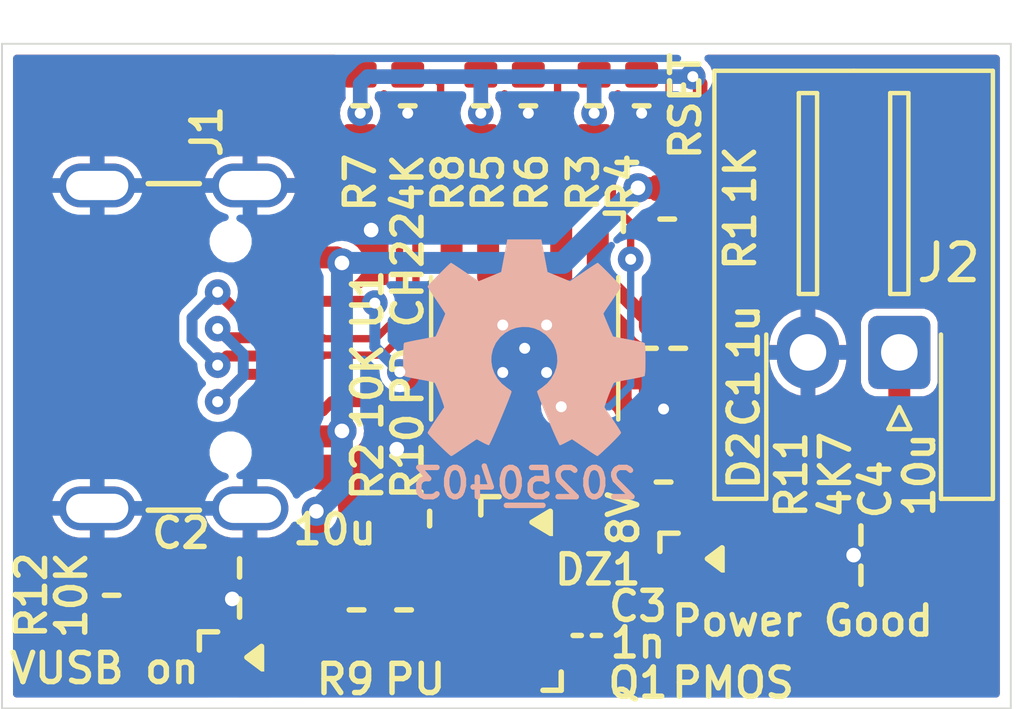
<source format=kicad_pcb>
(kicad_pcb (version 20240108) (generator "pcbnew") (generator_version "8.0")
  (layers (0 "F.Cu" mixed) (31 "B.Cu" mixed) (34 "B.Paste" user) (35 "F.Paste" user) (36 "B.SilkS" user "B.Silkscreen") (37 "F.SilkS" user "F.Silkscreen") (38 "B.Mask" user) (39 "F.Mask" user) (44 "Edge.Cuts" user))
  (net 0 "")
  (net 1 "GND")
  (net 2 "/VDD")
  (net 3 "/VBUS")
  (net 4 "Net-(Q1-G)")
  (net 5 "/VOUT")
  (net 6 "/PG")
  (net 7 "Net-(DZ1-K)")
  (net 8 "Net-(D2-K)")
  (net 9 "Net-(D3-K)")
  (net 10 "/CC2")
  (net 11 "/CC1")
  (net 12 "Net-(U1-VBUS)")
  (net 13 "/CFG1")
  (net 14 "/CFG2")
  (net 15 "/CFG3")
  (net 16 "/DP")
  (net 18 "/DN")
  (footprint "SquantorUsb:USB-C-HRO-31-M-12_aisler" (layer "F.Cu") (at 96.4 51.4 -90)
    (property "Reference" "J1" (at -5.9 2.1 90) (layer "F.SilkS") (effects (font (size 0.8 0.8))))
    (property "Value" "USB-C_PD_USB")
    (fp_line (start -4.47 3.7) (end -4.47 2.3) (stroke (width 0.15)) (layer "F.SilkS"))
    (fp_line (start 4.47 3.7) (end 4.47 2.3) (stroke (width 0.15)) (layer "F.SilkS"))
    (pad "" np_thru_hole circle (at -2.89 1.445 270) (size 0.65 0.65) (drill 0.65) (layers "*.Cu" "*.Mask" "In1.Cu" "In2.Cu" "In3.Cu" "In4.Cu" "In5.Cu" "In6.Cu" "In7.Cu" "In8.Cu" "In9.Cu" "In10.Cu" "In11.Cu" "In12.Cu" "In13.Cu" "In14.Cu" "In15.Cu" "In16.Cu" "In17.Cu" "In18.Cu" "In19.Cu" "In20.Cu" "In21.Cu" "In22.Cu" "In23.Cu" "In24.Cu" "In25.Cu" "In26.Cu" "In27.Cu" "In28.Cu" "In29.Cu" "In30.Cu"))
    (pad "" np_thru_hole circle (at 2.89 1.445 270) (size 0.65 0.65) (drill 0.65) (layers "*.Cu" "*.Mask" "In1.Cu" "In2.Cu" "In3.Cu" "In4.Cu" "In5.Cu" "In6.Cu" "In7.Cu" "In8.Cu" "In9.Cu" "In10.Cu" "In11.Cu" "In12.Cu" "In13.Cu" "In14.Cu" "In15.Cu" "In16.Cu" "In17.Cu" "In18.Cu" "In19.Cu" "In20.Cu" "In21.Cu" "In22.Cu" "In23.Cu" "In24.Cu" "In25.Cu" "In26.Cu" "In27.Cu" "In28.Cu" "In29.Cu" "In30.Cu"))
    (pad "A1B12" smd rect (at -3.25 0 270) (size 0.6 1.45) (layers "F.Cu" "F.Paste" "F.Mask") (net 1 "GND"))
    (pad "A4B9" smd rect (at -2.45 0 270) (size 0.6 1.45) (layers "F.Cu" "F.Paste" "F.Mask") (net 3 "/VBUS"))
    (pad "A5" smd rect (at -1.25 0 270) (size 0.3 1.45) (layers "F.Cu" "F.Paste" "F.Mask") (net 11 "/CC1"))
    (pad "A6" smd rect (at -0.25 0 270) (size 0.3 1.45) (layers "F.Cu" "F.Paste" "F.Mask") (net 16 "/DP"))
    (pad "A7" smd rect (at 0.25 0 270) (size 0.3 1.45) (layers "F.Cu" "F.Paste" "F.Mask") (net 18 "/DN"))
    (pad "A8" smd rect (at 1.25 0 270) (size 0.3 1.45) (layers "F.Cu" "F.Paste" "F.Mask"))
    (pad "B1A12" smd rect (at 3.25 0 270) (size 0.6 1.45) (layers "F.Cu" "F.Paste" "F.Mask") (net 1 "GND"))
    (pad "B4A9" smd rect (at 2.45 0 270) (size 0.6 1.45) (layers "F.Cu" "F.Paste" "F.Mask") (net 3 "/VBUS"))
    (pad "B5" smd rect (at 1.75 0 270) (size 0.3 1.45) (layers "F.Cu" "F.Paste" "F.Mask") (net 10 "/CC2"))
    (pad "B6" smd rect (at 0.75 0 270) (size 0.3 1.45) (layers "F.Cu" "F.Paste" "F.Mask") (net 16 "/DP"))
    (pad "B7" smd rect (at -0.75 0 270) (size 0.3 1.45) (layers "F.Cu" "F.Paste" "F.Mask") (net 18 "/DN"))
    (pad "B8" smd rect (at -1.75 0 270) (size 0.3 1.45) (layers "F.Cu" "F.Paste" "F.Mask"))
    (pad "S" thru_hole oval (at -4.42 0.915 270) (size 1.2 2.1) (drill oval 0.8 1.7) (layers "*.Cu" "*.Mask" "In1.Cu" "In2.Cu" "In3.Cu" "In4.Cu" "In5.Cu" "In6.Cu" "In7.Cu" "In8.Cu" "In9.Cu" "In10.Cu" "In11.Cu" "In12.Cu" "In13.Cu" "In14.Cu" "In15.Cu" "In16.Cu" "In17.Cu" "In18.Cu" "In19.Cu" "In20.Cu" "In21.Cu" "In22.Cu" "In23.Cu" "In24.Cu" "In25.Cu" "In26.Cu" "In27.Cu" "In28.Cu" "In29.Cu" "In30.Cu") (net 1 "GND"))
    (pad "S" thru_hole oval (at -4.42 5.095 270) (size 1.2 2.1) (drill oval 0.8 1.7) (layers "*.Cu" "*.Mask" "In1.Cu" "In2.Cu" "In3.Cu" "In4.Cu" "In5.Cu" "In6.Cu" "In7.Cu" "In8.Cu" "In9.Cu" "In10.Cu" "In11.Cu" "In12.Cu" "In13.Cu" "In14.Cu" "In15.Cu" "In16.Cu" "In17.Cu" "In18.Cu" "In19.Cu" "In20.Cu" "In21.Cu" "In22.Cu" "In23.Cu" "In24.Cu" "In25.Cu" "In26.Cu" "In27.Cu" "In28.Cu" "In29.Cu" "In30.Cu") (net 1 "GND"))
    (pad "S" thru_hole oval (at 4.42 0.915 270) (size 1.2 2.1) (drill oval 0.8 1.7) (layers "*.Cu" "*.Mask" "In1.Cu" "In2.Cu" "In3.Cu" "In4.Cu" "In5.Cu" "In6.Cu" "In7.Cu" "In8.Cu" "In9.Cu" "In10.Cu" "In11.Cu" "In12.Cu" "In13.Cu" "In14.Cu" "In15.Cu" "In16.Cu" "In17.Cu" "In18.Cu" "In19.Cu" "In20.Cu" "In21.Cu" "In22.Cu" "In23.Cu" "In24.Cu" "In25.Cu" "In26.Cu" "In27.Cu" "In28.Cu" "In29.Cu" "In30.Cu") (net 1 "GND"))
    (pad "S" thru_hole oval (at 4.42 5.095 270) (size 1.2 2.1) (drill oval 0.8 1.7) (layers "*.Cu" "*.Mask" "In1.Cu" "In2.Cu" "In3.Cu" "In4.Cu" "In5.Cu" "In6.Cu" "In7.Cu" "In8.Cu" "In9.Cu" "In10.Cu" "In11.Cu" "In12.Cu" "In13.Cu" "In14.Cu" "In15.Cu" "In16.Cu" "In17.Cu" "In18.Cu" "In19.Cu" "In20.Cu" "In21.Cu" "In22.Cu" "In23.Cu" "In24.Cu" "In25.Cu" "In26.Cu" "In27.Cu" "In28.Cu" "In29.Cu" "In30.Cu") (net 1 "GND"))
  )
  (footprint "SquantorResistor:R_0603_hand" (layer "F.Cu") (at 91.7 58.2 90)
    (property "Reference" "R12" (at 0 -2.2 90) (layer "F.SilkS") (effects (font (size 0.8 0.8))))
    (property "Value" "10K" (at 0 -1.1 90) (layer "F.SilkS") (effects (font (size 0.8 0.8))))
    (fp_line (start 0 -0.2) (end 0 0.2) (stroke (width 0.15)) (layer "F.SilkS"))
    (pad "1" smd roundrect (at -0.85 0 90) (size 0.7 0.9) (layers "F.Cu" "F.Paste" "F.Mask") (roundrect_rratio 0.1428571429) (net 9 "Net-(D3-K)"))
    (pad "2" smd roundrect (at 0.85 0 90) (size 0.7 0.9) (layers "F.Cu" "F.Paste" "F.Mask") (roundrect_rratio 0.1428571429) (net 1 "GND"))
  )
  (footprint "SquantorCapacitor:C_0805+0603" (layer "F.Cu") (at 106.8 51.4375 90)
    (property "Reference" "C1" (at -1.3625 2.2 90) (layer "F.SilkS") (effects (font (size 0.8 0.8))))
    (property "Value" "1u" (at 0.4375 2.2 90) (layer "F.SilkS") (effects (font (size 0.8 0.8))))
    (fp_line (start 0 -0.6) (end 0 -0.2) (stroke (width 0.15)) (layer "F.SilkS"))
    (fp_line (start 0 0.6) (end 0 0.2) (stroke (width 0.15)) (layer "F.SilkS"))
    (pad "1" smd roundrect (at -0.925 0 90) (size 1.15 1.35) (layers "F.Cu" "F.Paste" "F.Mask") (roundrect_rratio 0.2) (net 1 "GND"))
    (pad "2" smd roundrect (at 0.925 0 90) (size 1.15 1.35) (layers "F.Cu" "F.Paste" "F.Mask") (roundrect_rratio 0.2) (net 2 "/VDD"))
  )
  (footprint "SquantorDiodes:SOD-323-nexperia-hand" (layer "F.Cu") (at 103.5 56.2)
    (property "Reference" "DZ1" (at 1.5 1.3 0) (layer "F.SilkS") (effects (font (size 0.8 0.8))))
    (property "Value" "8V" (at 2.2 -0.1 90) (layer "F.SilkS") (effects (font (size 0.8 0.8))))
    (fp_line (start -1.7 -0.7) (end -1.7 -0.2) (stroke (width 0.15)) (layer "F.SilkS"))
    (fp_line (start -1.7 -0.7) (end -1.2 -0.7) (stroke (width 0.15)) (layer "F.SilkS"))
    (fp_poly (pts (xy -0.3 0) (xy 0.2 -0.3) (xy 0.2 0.3)) (stroke (width 0.15)) (fill solid) (layer "F.SilkS"))
    (pad "1" smd roundrect (at -1.05 0) (size 0.8 0.8) (layers "F.Cu" "F.Paste" "F.Mask") (roundrect_rratio 0.2) (net 7 "Net-(DZ1-K)"))
    (pad "2" smd roundrect (at 1.05 0) (size 0.8 0.8) (layers "F.Cu" "F.Paste" "F.Mask") (roundrect_rratio 0.2) (net 6 "/PG"))
  )
  (footprint "SquantorResistor:R_0603_hand" (layer "F.Cu") (at 99.8 44.8 -90)
    (property "Reference" "R8" (at 2.1 -1.1 90) (layer "F.SilkS") (effects (font (size 0.8 0.8))))
    (property "Value" "C3D")
    (fp_line (start 0 -0.2) (end 0 0.2) (stroke (width 0.15)) (layer "F.SilkS"))
    (pad "1" smd roundrect (at -0.85 0 270) (size 0.7 0.9) (layers "F.Cu" "F.Paste" "F.Mask") (roundrect_rratio 0.1428571429) (net 15 "/CFG3"))
    (pad "2" smd roundrect (at 0.85 0 270) (size 0.7 0.9) (layers "F.Cu" "F.Paste" "F.Mask") (roundrect_rratio 0.1428571429) (net 1 "GND"))
  )
  (footprint "SquantorResistor:R_0603_hand" (layer "F.Cu") (at 101.8 44.8 90)
    (property "Reference" "R5" (at -2.1 0.2 90) (layer "F.SilkS") (effects (font (size 0.8 0.8))))
    (property "Value" "C2U")
    (fp_line (start 0 -0.2) (end 0 0.2) (stroke (width 0.15)) (layer "F.SilkS"))
    (pad "1" smd roundrect (at -0.85 0 90) (size 0.7 0.9) (layers "F.Cu" "F.Paste" "F.Mask") (roundrect_rratio 0.1428571429) (net 2 "/VDD"))
    (pad "2" smd roundrect (at 0.85 0 90) (size 0.7 0.9) (layers "F.Cu" "F.Paste" "F.Mask") (roundrect_rratio 0.1428571429) (net 14 "/CFG2"))
  )
  (footprint "SquantorCapacitor:C_0603" (layer "F.Cu") (at 104.7 59.3 90)
    (property "Reference" "C3" (at 0.8 1.4 180) (layer "F.SilkS") (effects (font (size 0.8 0.8))))
    (property "Value" "1n" (at -0.2 1.4 180) (layer "F.SilkS") (effects (font (size 0.8 0.8))))
    (fp_line (start 0 -0.15) (end 0 -0.375) (stroke (width 0.15)) (layer "F.SilkS"))
    (fp_line (start 0 0.375) (end 0 0.15) (stroke (width 0.15)) (layer "F.SilkS"))
    (pad "1" smd roundrect (at -0.75 0 90) (size 0.8 0.9) (layers "F.Cu" "F.Paste" "F.Mask") (roundrect_rratio 0.125) (net 5 "/VOUT"))
    (pad "2" smd roundrect (at 0.75 0 90) (size 0.8 0.9) (layers "F.Cu" "F.Paste" "F.Mask") (roundrect_rratio 0.125) (net 4 "Net-(Q1-G)"))
  )
  (footprint "SquantorDiodes:LED_0603_hand" (layer "F.Cu") (at 108.2 57.2)
    (property "Reference" "D2" (at 0.8 -2.7 90) (layer "F.SilkS") (effects (font (size 0.8 0.8))))
    (property "Value" "Power Good" (at 2.4 1.7 0) (layer "F.SilkS") (effects (font (size 0.8 0.8))))
    (fp_line (start -1.5 -0.7) (end -1.5 -0.2) (stroke (width 0.15)) (layer "F.SilkS"))
    (fp_line (start -1.5 -0.7) (end -1 -0.7) (stroke (width 0.15)) (layer "F.SilkS"))
    (fp_poly (pts (xy -0.2 0) (xy 0.2 -0.3) (xy 0.2 0.3)) (stroke (width 0.15)) (fill solid) (layer "F.SilkS"))
    (pad "1" smd roundrect (at -0.85 0) (size 0.7 0.9) (layers "F.Cu" "F.Paste" "F.Mask") (roundrect_rratio 0.2) (net 8 "Net-(D2-K)"))
    (pad "2" smd roundrect (at 0.85 0) (size 0.7 0.9) (layers "F.Cu" "F.Paste" "F.Mask") (roundrect_rratio 0.2) (net 2 "/VDD"))
  )
  (footprint "SquantorResistor:R_0603_hand" (layer "F.Cu") (at 98.5 44.8 90)
    (property "Reference" "R7" (at -2.1 0 90) (layer "F.SilkS") (effects (font (size 0.8 0.8))))
    (property "Value" "C3U")
    (fp_line (start 0 -0.2) (end 0 0.2) (stroke (width 0.15)) (layer "F.SilkS"))
    (pad "1" smd roundrect (at -0.85 0 90) (size 0.7 0.9) (layers "F.Cu" "F.Paste" "F.Mask") (roundrect_rratio 0.1428571429) (net 2 "/VDD"))
    (pad "2" smd roundrect (at 0.85 0 90) (size 0.7 0.9) (layers "F.Cu" "F.Paste" "F.Mask") (roundrect_rratio 0.1428571429) (net 15 "/CFG3"))
  )
  (footprint "SquantorResistor:R_0603_hand" (layer "F.Cu") (at 106.2 44.8 -90)
    (property "Reference" "R4" (at 2.1 0.5 90) (layer "F.SilkS") (effects (font (size 0.8 0.8))))
    (property "Value" "RSET" (at 0 -1.2 90) (layer "F.SilkS") (effects (font (size 0.8 0.8))))
    (fp_line (start 0 -0.2) (end 0 0.2) (stroke (width 0.15)) (layer "F.SilkS"))
    (pad "1" smd roundrect (at -0.85 0 270) (size 0.7 0.9) (layers "F.Cu" "F.Paste" "F.Mask") (roundrect_rratio 0.1428571429) (net 13 "/CFG1"))
    (pad "2" smd roundrect (at 0.85 0 270) (size 0.7 0.9) (layers "F.Cu" "F.Paste" "F.Mask") (roundrect_rratio 0.1428571429) (net 1 "GND"))
  )
  (footprint "Connector_JST:JST_XH_S2B-XH-A-1_1x02_P2.50mm_Horizontal" (layer "F.Cu") (at 113.25 51.55 180)
    (property "Reference" "J2" (at -1.35 2.45 0) (layer "F.SilkS"))
    (property "Value" "Conn_01x02")
    (fp_line (start 5.06 7.71) (end 5.06 -4.01) (stroke (width 0.12)) (layer "F.SilkS"))
    (fp_line (start 5.06 -4.01) (end 3.64 -4.01) (stroke (width 0.12)) (layer "F.SilkS"))
    (fp_line (start 3.64 -4.01) (end 3.64 0.49) (stroke (width 0.12)) (layer "F.SilkS"))
    (fp_line (start 2.75 7.1) (end 2.75 1.6) (stroke (width 0.12)) (layer "F.SilkS"))
    (fp_line (start 2.75 1.6) (end 2.25 1.6) (stroke (width 0.12)) (layer "F.SilkS"))
    (fp_line (start 2.25 7.1) (end 2.75 7.1) (stroke (width 0.12)) (layer "F.SilkS"))
    (fp_line (start 2.25 1.6) (end 2.25 7.1) (stroke (width 0.12)) (layer "F.SilkS"))
    (fp_line (start 1.25 7.71) (end 5.06 7.71) (stroke (width 0.12)) (layer "F.SilkS"))
    (fp_line (start 1.25 7.71) (end -2.56 7.71) (stroke (width 0.12)) (layer "F.SilkS"))
    (fp_line (start 0.3 -2.1) (end 0 -1.5) (stroke (width 0.12)) (layer "F.SilkS"))
    (fp_line (start 0.25 7.1) (end 0.25 1.6) (stroke (width 0.12)) (layer "F.SilkS"))
    (fp_line (start 0.25 1.6) (end -0.25 1.6) (stroke (width 0.12)) (layer "F.SilkS"))
    (fp_line (start 0 -1.5) (end -0.3 -2.1) (stroke (width 0.12)) (layer "F.SilkS"))
    (fp_line (start -0.25 7.1) (end 0.25 7.1) (stroke (width 0.12)) (layer "F.SilkS"))
    (fp_line (start -0.25 1.6) (end -0.25 7.1) (stroke (width 0.12)) (layer "F.SilkS"))
    (fp_line (start -0.3 -2.1) (end 0.3 -2.1) (stroke (width 0.12)) (layer "F.SilkS"))
    (fp_line (start -1.14 -4.01) (end -1.14 0.49) (stroke (width 0.12)) (layer "F.SilkS"))
    (fp_line (start -2.56 7.71) (end -2.56 -4.01) (stroke (width 0.12)) (layer "F.SilkS"))
    (fp_line (start -2.56 -4.01) (end -1.14 -4.01) (stroke (width 0.12)) (layer "F.SilkS"))
    (pad "1" thru_hole roundrect (at 0 0 180) (size 1.7 2) (drill 1) (layers "*.Cu" "*.Mask" "In1.Cu" "In2.Cu" "In3.Cu" "In4.Cu" "In5.Cu" "In6.Cu" "In7.Cu" "In8.Cu" "In9.Cu" "In10.Cu" "In11.Cu" "In12.Cu" "In13.Cu" "In14.Cu" "In15.Cu" "In16.Cu" "In17.Cu" "In18.Cu" "In19.Cu" "In20.Cu" "In21.Cu" "In22.Cu" "In23.Cu" "In24.Cu" "In25.Cu" "In26.Cu" "In27.Cu" "In28.Cu" "In29.Cu" "In30.Cu") (roundrect_rratio 0.147059) (net 5 "/VOUT"))
    (pad "2" thru_hole oval (at 2.5 0 180) (size 1.7 2) (drill 1) (layers "*.Cu" "*.Mask" "In1.Cu" "In2.Cu" "In3.Cu" "In4.Cu" "In5.Cu" "In6.Cu" "In7.Cu" "In8.Cu" "In9.Cu" "In10.Cu" "In11.Cu" "In12.Cu" "In13.Cu" "In14.Cu" "In15.Cu" "In16.Cu" "In17.Cu" "In18.Cu" "In19.Cu" "In20.Cu" "In21.Cu" "In22.Cu" "In23.Cu" "In24.Cu" "In25.Cu" "In26.Cu" "In27.Cu" "In28.Cu" "In29.Cu" "In30.Cu") (net 1 "GND"))
  )
  (footprint "SquantorCapacitor:C_1206_0805" (layer "F.Cu") (at 95.2 58 180)
    (property "Reference" "C2" (at 1.6 1.5 0) (layer "F.SilkS") (effects (font (size 0.8 0.8))))
    (property "Value" "10u" (at -2.6 1.6 0) (layer "F.SilkS") (effects (font (size 0.8 0.8))))
    (fp_line (start 0 0.8) (end 0 0.3) (stroke (width 0.15)) (layer "F.SilkS"))
    (fp_line (start 0 -0.8) (end 0 -0.3) (stroke (width 0.15)) (layer "F.SilkS"))
    (pad "1" smd roundrect (at -1.25 0 180) (size 1.5 1.6) (layers "F.Cu" "F.Paste" "F.Mask") (net 3 "/VBUS"))
    (pad "2" smd roundrect (at 1.25 0 180) (size 1.5 1.6) (layers "F.Cu" "F.Paste" "F.Mask") (net 1 "GND"))
  )
  (footprint "SquantorResistor:R_0603_hand" (layer "F.Cu") (at 103.1 44.8 -90)
    (property "Reference" "R6" (at 2.1 -0.1 90) (layer "F.SilkS") (effects (font (size 0.8 0.8))))
    (property "Value" "C2D")
    (fp_line (start 0 -0.2) (end 0 0.2) (stroke (width 0.15)) (layer "F.SilkS"))
    (pad "1" smd roundrect (at -0.85 0 270) (size 0.7 0.9) (layers "F.Cu" "F.Paste" "F.Mask") (roundrect_rratio 0.1428571429) (net 14 "/CFG2"))
    (pad "2" smd roundrect (at 0.85 0 270) (size 0.7 0.9) (layers "F.Cu" "F.Paste" "F.Mask") (roundrect_rratio 0.1428571429) (net 1 "GND"))
  )
  (footprint "SquantorResistor:R_0603_hand" (layer "F.Cu") (at 99.7 58.6 -90)
    (property "Reference" "R9" (at 1.9 1.6 180) (layer "F.SilkS") (effects (font (size 0.8 0.8))))
    (property "Value" "PU" (at 1.9 -0.3 180) (layer "F.SilkS") (effects (font (size 0.8 0.8))))
    (fp_line (start 0 -0.2) (end 0 0.2) (stroke (width 0.15)) (layer "F.SilkS"))
    (pad "1" smd roundrect (at -0.85 0 270) (size 0.7 0.9) (layers "F.Cu" "F.Paste" "F.Mask") (roundrect_rratio 0.1428571429) (net 4 "Net-(Q1-G)"))
    (pad "2" smd roundrect (at 0.85 0 270) (size 0.7 0.9) (layers "F.Cu" "F.Paste" "F.Mask") (roundrect_rratio 0.1428571429) (net 3 "/VBUS"))
  )
  (footprint "SquantorResistor:R_0603_hand" (layer "F.Cu") (at 100.4 56.1 180)
    (property "Reference" "R10" (at 0.6 1.7 90) (layer "F.SilkS") (effects (font (size 0.8 0.8))))
    (property "Value" "PD" (at 0.6 3.9 90) (layer "F.SilkS") (effects (font (size 0.8 0.8))))
    (fp_line (start 0 -0.2) (end 0 0.2) (stroke (width 0.15)) (layer "F.SilkS"))
    (pad "1" smd roundrect (at -0.85 0 180) (size 0.7 0.9) (layers "F.Cu" "F.Paste" "F.Mask") (roundrect_rratio 0.1428571429) (net 7 "Net-(DZ1-K)"))
    (pad "2" smd roundrect (at 0.85 0 180) (size 0.7 0.9) (layers "F.Cu" "F.Paste" "F.Mask") (roundrect_rratio 0.1428571429) (net 4 "Net-(Q1-G)"))
  )
  (footprint "SquantorCapacitor:C_1206_0805" (layer "F.Cu") (at 112.2 57.1 180)
    (property "Reference" "C4" (at -0.4 1.8 -90) (layer "F.SilkS") (effects (font (size 0.8 0.8))))
    (property "Value" "10u" (at -1.6 2.2 90) (layer "F.SilkS") (effects (font (size 0.8 0.8))))
    (fp_line (start 0 0.8) (end 0 0.3) (stroke (width 0.15)) (layer "F.SilkS"))
    (fp_line (start 0 -0.8) (end 0 -0.3) (stroke (width 0.15)) (layer "F.SilkS"))
    (pad "1" smd roundrect (at -1.25 0 180) (size 1.5 1.6) (layers "F.Cu" "F.Paste" "F.Mask") (net 5 "/VOUT"))
    (pad "2" smd roundrect (at 1.25 0 180) (size 1.5 1.6) (layers "F.Cu" "F.Paste" "F.Mask") (net 1 "GND"))
  )
  (footprint "SquantorDiodes:LED_0603_hand" (layer "F.Cu") (at 95.6 59.9)
    (property "Reference" "D3")
    (property "Value" "VUSB on" (at -4.1 0.3 0) (layer "F.SilkS") (effects (font (size 0.8 0.8))))
    (fp_line (start -1.5 -0.7) (end -1.5 -0.2) (stroke (width 0.15)) (layer "F.SilkS"))
    (fp_line (start -1.5 -0.7) (end -1 -0.7) (stroke (width 0.15)) (layer "F.SilkS"))
    (fp_poly (pts (xy -0.2 0) (xy 0.2 -0.3) (xy 0.2 0.3)) (stroke (width 0.15)) (fill solid) (layer "F.SilkS"))
    (pad "1" smd roundrect (at -0.85 0) (size 0.7 0.9) (layers "F.Cu" "F.Paste" "F.Mask") (roundrect_rratio 0.2) (net 9 "Net-(D3-K)"))
    (pad "2" smd roundrect (at 0.85 0) (size 0.7 0.9) (layers "F.Cu" "F.Paste" "F.Mask") (roundrect_rratio 0.2) (net 3 "/VBUS"))
  )
  (footprint "SquantorIC:SOT23-3" (layer "F.Cu") (at 102.2 59.1 180)
    (property "Reference" "Q1" (at -3.9 -1.5 0) (layer "F.SilkS") (effects (font (size 0.8 0.8))))
    (property "Value" "PMOS" (at -6.5 -1.5 0) (layer "F.SilkS") (effects (font (size 0.8 0.8))))
    (fp_line (start -1.3 -1.7) (end -1.8 -1.7) (stroke (width 0.1)) (layer "F.SilkS"))
    (fp_line (start -1.8 -1.7) (end -1.3 -1.7) (stroke (width 0.15)) (layer "F.SilkS"))
    (fp_line (start -1.8 -1.7) (end -1.8 -1.2) (stroke (width 0.15)) (layer "F.SilkS"))
    (pad "1" smd roundrect (at -1 -0.95 90) (size 0.8 0.9) (layers "F.Cu" "F.Paste" "F.Mask") (roundrect_rratio 0.2) (net 5 "/VOUT"))
    (pad "2" smd roundrect (at -1 0.95 90) (size 0.8 0.9) (layers "F.Cu" "F.Paste" "F.Mask") (roundrect_rratio 0.2) (net 4 "Net-(Q1-G)"))
    (pad "3" smd roundrect (at 1 0 90) (size 0.8 0.9) (layers "F.Cu" "F.Paste" "F.Mask") (roundrect_rratio 0.2) (net 3 "/VBUS"))
  )
  (footprint "SquantorIC:SSOP-10-1EP_WCH" (layer "F.Cu") (at 103 51.4375 -90)
    (property "Reference" "U1" (at -1.3375 4.3 90) (layer "F.SilkS") (effects (font (size 0.8 0.8))))
    (property "Value" "CH224K" (at -2.9375 3.2 90) (layer "F.SilkS") (effects (font (size 0.8 0.8))))
    (fp_line (start 0 2.56) (end -1.95 2.56) (stroke (width 0.12)) (layer "F.SilkS"))
    (fp_line (start 0 2.56) (end 1.95 2.56) (stroke (width 0.12)) (layer "F.SilkS"))
    (fp_line (start 0 -2.56) (end -1.95 -2.56) (stroke (width 0.12)) (layer "F.SilkS"))
    (fp_line (start 0 -2.56) (end 1.95 -2.56) (stroke (width 0.12)) (layer "F.SilkS"))
    (fp_line (start -3.7 -2.7) (end -3.7 -2.2) (stroke (width 0.15)) (layer "F.SilkS"))
    (fp_line (start -3.7 -2.7) (end -3.2 -2.7) (stroke (width 0.15)) (layer "F.SilkS"))
    (pad "0" smd rect (at 0 0 270) (size 2.1 3.3) (property pad_prop_heatsink) (layers "F.Cu" "F.Mask") (net 1 "GND"))
    (pad "1" smd roundrect (at -2.6375 -2 270) (size 1.675 0.6) (layers "F.Cu" "F.Paste" "F.Mask") (roundrect_rratio 0.2) (net 2 "/VDD"))
    (pad "2" smd roundrect (at -2.6375 -1 270) (size 1.675 0.6) (layers "F.Cu" "F.Paste" "F.Mask") (roundrect_rratio 0.2) (net 14 "/CFG2"))
    (pad "3" smd roundrect (at -2.6375 0 270) (size 1.675 0.6) (layers "F.Cu" "F.Paste" "F.Mask") (roundrect_rratio 0.2) (net 15 "/CFG3"))
    (pad "4" smd roundrect (at -2.6375 1 270) (size 1.675 0.6) (layers "F.Cu" "F.Paste" "F.Mask") (roundrect_rratio 0.2) (net 16 "/DP"))
    (pad "5" smd roundrect (at -2.6375 2 270) (size 1.675 0.6) (layers "F.Cu" "F.Paste" "F.Mask") (roundrect_rratio 0.2) (net 18 "/DN"))
    (pad "6" smd roundrect (at 2.6375 2 270) (size 1.675 0.6) (layers "F.Cu" "F.Paste" "F.Mask") (roundrect_rratio 0.2) (net 10 "/CC2"))
    (pad "7" smd roundrect (at 2.6375 1 270) (size 1.675 0.6) (layers "F.Cu" "F.Paste" "F.Mask") (roundrect_rratio 0.2) (net 11 "/CC1"))
    (pad "8" smd roundrect (at 2.6375 0 270) (size 1.675 0.6) (layers "F.Cu" "F.Paste" "F.Mask") (roundrect_rratio 0.2) (net 12 "Net-(U1-VBUS)"))
    (pad "9" smd roundrect (at 2.6375 -1 270) (size 1.675 0.6) (layers "F.Cu" "F.Paste" "F.Mask") (roundrect_rratio 0.2) (net 13 "/CFG1"))
    (pad "10" smd roundrect (at 2.6375 -2 270) (size 1.675 0.6) (layers "F.Cu" "F.Paste" "F.Mask") (roundrect_rratio 0.2) (net 6 "/PG"))
  )
  (footprint "SquantorResistor:R_0603_hand" (layer "F.Cu") (at 104.9 44.8 90)
    (property "Reference" "R3" (at -2.1 -0.3 90) (layer "F.SilkS") (effects (font (size 0.8 0.8))))
    (property "Value" "C1U")
    (fp_line (start 0 -0.2) (end 0 0.2) (stroke (width 0.15)) (layer "F.SilkS"))
    (pad "1" smd roundrect (at -0.85 0 90) (size 0.7 0.9) (layers "F.Cu" "F.Paste" "F.Mask") (roundrect_rratio 0.1428571429) (net 2 "/VDD"))
    (pad "2" smd roundrect (at 0.85 0 90) (size 0.7 0.9) (layers "F.Cu" "F.Paste" "F.Mask") (roundrect_rratio 0.1428571429) (net 13 "/CFG1"))
  )
  (footprint "SquantorResistor:R_0603_hand" (layer "F.Cu") (at 106.9 47.9 -90)
    (property "Reference" "R1" (at 0.6 -2 90) (layer "F.SilkS") (effects (font (size 0.8 0.8))))
    (property "Value" "1K" (at -1.2 -2 90) (layer "F.SilkS") (effects (font (size 0.8 0.8))))
    (fp_line (start 0 -0.2) (end 0 0.2) (stroke (width 0.15)) (layer "F.SilkS"))
    (pad "1" smd roundrect (at -0.85 0 270) (size 0.7 0.9) (layers "F.Cu" "F.Paste" "F.Mask") (roundrect_rratio 0.1428571429) (net 3 "/VBUS"))
    (pad "2" smd roundrect (at 0.85 0 270) (size 0.7 0.9) (layers "F.Cu" "F.Paste" "F.Mask") (roundrect_rratio 0.1428571429) (net 2 "/VDD"))
  )
  (footprint "SquantorResistor:R_0603_hand" (layer "F.Cu") (at 98.4 58.6 -90)
    (property "Reference" "R2" (at -3.8 -0.3 -90) (layer "F.SilkS") (effects (font (size 0.8 0.8))))
    (property "Value" "10K" (at -6.1 -0.3 -90) (layer "F.SilkS") (effects (font (size 0.8 0.8))))
    (fp_line (start 0 -0.2) (end 0 0.2) (stroke (width 0.15)) (layer "F.SilkS"))
    (pad "1" smd roundrect (at -0.85 0 270) (size 0.7 0.9) (layers "F.Cu" "F.Paste" "F.Mask") (roundrect_rratio 0.1428571429) (net 12 "Net-(U1-VBUS)"))
    (pad "2" smd roundrect (at 0.85 0 270) (size 0.7 0.9) (layers "F.Cu" "F.Paste" "F.Mask") (roundrect_rratio 0.1428571429) (net 3 "/VBUS"))
  )
  (footprint "SquantorResistor:R_0603_hand" (layer "F.Cu") (at 106.8 55.1 -90)
    (property "Reference" "R11" (at -0.2 -3.5 90) (layer "F.SilkS") (effects (font (size 0.8 0.8))))
    (property "Value" "4K7" (at -0.2 -4.7 90) (layer "F.SilkS") (effects (font (size 0.8 0.8))))
    (fp_line (start 0 -0.2) (end 0 0.2) (stroke (width 0.15)) (layer "F.SilkS"))
    (pad "1" smd roundrect (at -0.85 0 270) (size 0.7 0.9) (layers "F.Cu" "F.Paste" "F.Mask") (roundrect_rratio 0.1428571429) (net 6 "/PG"))
    (pad "2" smd roundrect (at 0.85 0 270) (size 0.7 0.9) (layers "F.Cu" "F.Paste" "F.Mask") (roundrect_rratio 0.1428571429) (net 8 "Net-(D2-K)"))
  )
  (footprint "SquantorLabels:Label_Generic" (layer "B.Cu") (at 103 55.1375 180)
    (property "Reference" "N1" (hide yes))
    (property "Value" "20250403" (at 0 0 0) (layer "B.SilkS") (effects (font (size 0.8 0.8)) (justify mirror)))
    (fp_line (start 0.5 -0.6) (end -0.5 -0.6) (stroke (width 0.15)) (layer "B.SilkS"))
  )
  (footprint "Symbol:OSHW-Symbol_6.7x6mm_SilkScreen" (layer "B.Cu") (at 103 51.4375 180)
    (property "Reference" "N2" (hide yes))
    (property "Value" "OHWLOGO" (hide yes))
    (fp_poly (pts (xy 0.555814 2.531069) (xy 0.639635 2.086445) (xy 0.94892 1.958947) (xy 1.258206 1.831449) (xy 1.629246 2.083754) (xy 1.733157 2.154004) (xy 1.827087 2.216728) (xy 1.906652 2.269062) (xy 1.96747 2.308143) (xy 2.005157 2.331107) (xy 2.015421 2.336058) (xy 2.03391 2.323324) (xy 2.07342 2.288118) (xy 2.129522 2.234938) (xy 2.197787 2.168282) (xy 2.273786 2.092646) (xy 2.353092 2.012528) (xy 2.431275 1.932426) (xy 2.503907 1.856836) (xy 2.566559 1.790255) (xy 2.614803 1.737182) (xy 2.64421 1.702113) (xy 2.651241 1.690377) (xy 2.641123 1.66874) (xy 2.612759 1.621338) (xy 2.569129 1.552807) (xy 2.513218 1.467785) (xy 2.448006 1.370907) (xy 2.410219 1.31565) (xy 2.341343 1.214752) (xy 2.28014 1.123701) (xy 2.229578 1.04703) (xy 2.192628 0.989272) (xy 2.172258 0.954957) (xy 2.169197 0.947746) (xy 2.176136 0.927252) (xy 2.195051 0.879487) (xy 2.223087 0.811168) (xy 2.257391 0.729011) (xy 2.295109 0.63973) (xy 2.333387 0.550042) (xy 2.36937 0.466662) (xy 2.400206 0.396306) (xy 2.423039 0.34569) (xy 2.435017 0.321529) (xy 2.435724 0.320578) (xy 2.454531 0.315964) (xy 2.504618 0.305672) (xy 2.580793 0.290713) (xy 2.677865 0.272099) (xy 2.790643 0.250841) (xy 2.856442 0.238582) (xy 2.97695 0.215638) (xy 3.085797 0.193805) (xy 3.177476 0.174278) (xy 3.246481 0.158252) (xy 3.287304 0.146921) (xy 3.295511 0.143326) (xy 3.303548 0.118994) (xy 3.310033 0.064041) (xy 3.31497 -0.015108) (xy 3.318364 -0.112026) (xy 3.320218 -0.220287) (xy 3.320538 -0.333465) (xy 3.319327 -0.445135) (xy 3.31659 -0.548868) (xy 3.312331 -0.638241) (xy 3.306555 -0.706826) (xy 3.299267 -0.748197) (xy 3.294895 -0.75681) (xy 3.268764 -0.767133) (xy 3.213393 -0.781892) (xy 3.136107 -0.799352) (xy 3.04423 -0.81778) (xy 3.012158 -0.823741) (xy 2.857524 -0.852066) (xy 2.735375 -0.874876) (xy 2.641673 -0.89308) (xy 2.572384 -0.907583) (xy 2.523471 -0.919292) (xy 2.490897 -0.929115) (xy 2.470628 -0.937956) (xy 2.458626 -0.946724) (xy 2.456947 -0.948457) (xy 2.440184 -0.976371) (xy 2.414614 -1.030695) (xy 2.382788 -1.104777) (xy 2.34726 -1.191965) (xy 2.310583 -1.285608) (xy 2.275311 -1.379052) (xy 2.243996 -1.465647) (xy 2.219193 -1.53874) (xy 2.203454 -1.591678) (xy 2.199332 -1.617811) (xy 2.199676 -1.618726) (xy 2.213641 -1.640086) (xy 2.245322 -1.687084) (xy 2.291391 -1.754827) (xy 2.348518 -1.838423) (xy 2.413373 -1.932982) (xy 2.431843 -1.959854) (xy 2.497699 -2.057275) (xy 2.55565 -2.146163) (xy 2.602538 -2.221412) (xy 2.635207 -2.27792) (xy 2.6505 -2.310581) (xy 2.651241 -2.314593) (xy 2.638392 -2.335684) (xy 2.602888 -2.377464) (xy 2.549293 -2.435445) (xy 2.482171 -2.505135) (xy 2.406087 -2.582045) (xy 2.325604 -2.661683) (xy 2.245287 -2.739561) (xy 2.169699 -2.811186) (xy 2.103405 -2.87207) (xy 2.050969 -2.917721) (xy 2.016955 -2.94365) (xy 2.007545 -2.947883) (xy 1.985643 -2.937912) (xy 1.9408 -2.91102) (xy 1.880321 -2.871736) (xy 1.833789 -2.840117) (xy 1.749475 -2.782098) (xy 1.649626 -2.713784) (xy 1.549473 -2.645579) (xy 1.495627 -2.609075) (xy 1.313371 -2.4858) (xy 1.160381 -2.56852) (xy 1.090682 -2.604759) (xy 1.031414 -2.632926) (xy 0.991311 -2.648991) (xy 0.981103 -2.651226) (xy 0.968829 -2.634722) (xy 0.944613 -2.588082) (xy 0.910263 -2.515609) (xy 0.867588 -2.421606) (xy 0.818394 -2.310374) (xy 0.76449 -2.186215) (xy 0.707684 -2.053432) (xy 0.649782 -1.916327) (xy 0.592593 -1.779202) (xy 0.537924 -1.646358) (xy 0.487584 -1.522098) (xy 0.44338 -1.410725) (xy 0.407119 -1.316539) (xy 0.380609 -1.243844) (xy 0.365658 -1.196941) (xy 0.363254 -1.180833) (xy 0.382311 -1.160286) (xy 0.424036 -1.126933) (xy 0.479706 -1.087702) (xy 0.484378 -1.084599) (xy 0.628264 -0.969423) (xy 0.744283 -0.835053) (xy 0.83143 -0.685784) (xy 0.888699 -0.525913) (xy 0.915086 -0.359737) (xy 0.909585 -0.191552) (xy 0.87119 -0.025655) (xy 0.798895 0.133658) (xy 0.777626 0.168513) (xy 0.666996 0.309263) (xy 0.536302 0.422286) (xy 0.390064 0.506997) (xy 0.232808 0.562806) (xy 0.069057 0.589126) (xy -0.096667 0.58537) (xy -0.259838 0.55095) (xy -0.415935 0.485277) (xy -0.560433 0.387765) (xy -0.605131 0.348187) (xy -0.718888 0.224297) (xy -0.801782 0.093876) (xy -0.858644 -0.052315) (xy -0.890313 -0.197088) (xy -0.898131 -0.35986) (xy -0.872062 -0.52344) (xy -0.814755 -0.682298) (xy -0.728856 -0.830906) (xy -0.617014 -0.963735) (xy -0.481877 -1.075256) (xy -0.464117 -1.087011) (xy -0.40785 -1.125508) (xy -0.365077 -1.158863) (xy -0.344628 -1.18016) (xy -0.344331 -1.180833) (xy -0.348721 -1.203871) (xy -0.366124 -1.256157) (xy -0.394732 -1.33339) (xy -0.432735 -1.431268) (xy -0.478326 -1.545491) (xy -0.529697 -1.671758) (xy -0.585038 -1.805767) (xy -0.642542 -1.943218) (xy -0.700399 -2.079808) (xy -0.756802 -2.211237) (xy -0.809942 -2.333205) (xy -0.85801 -2.441409) (xy -0.899199 -2.531549) (xy -0.931699 -2.599323) (xy -0.953703 -2.64043) (xy -0.962564 -2.651226) (xy -0.98964 -2.642819) (xy -1.040303 -2.620272) (xy -1.105817 -2.587613) (xy -1.141841 -2.56852) (xy -1.294832 -2.4858) (xy -1.477088 -2.609075) (xy -1.570125 -2.672228) (xy -1.671985 -2.741727) (xy -1.767438 -2.807165) (xy -1.81525 -2.840117) (xy -1.882495 -2.885273) (xy -1.939436 -2.921057) (xy -1.978646 -2.942938) (xy -1.991381 -2.947563) (xy -2.009917 -2.935085) (xy -2.050941 -2.900252) (xy -2.110475 -2.846678) (xy -2.184542 -2.777983) (xy -2.269165 -2.697781) (xy -2.322685 -2.646286) (xy -2.416319 -2.554286) (xy -2.497241 -2.471999) (xy -2.562177 -2.402945) (xy -2.607858 -2.350644) (xy -2.631011 -2.318616) (xy -2.633232 -2.312116) (xy -2.622924 -2.287394) (xy -2.594439 -2.237405) (xy -2.550937 -2.167212) (xy -2.495577 -2.081875) (xy -2.43152 -1.986456) (xy -2.413303 -1.959854) (xy -2.346927 -1.863167) (xy -2.287378 -1.776117) (xy -2.237984 -1.703595) (xy -2.202075 -1.650493) (xy -2.182981 -1.621703) (xy -2.181136 -1.618726) (xy -2.183895 -1.595782) (xy -2.198538 -1.545336) (xy -2.222513 -1.474041) (xy -2.253266 -1.388547) (xy -2.288244 -1.295507) (xy -2.324893 -1.201574) (xy -2.360661 -1.113399) (xy -2.392994 -1.037634) (xy -2.419338 -0.980931) (xy -2.437142 -0.949943) (xy -2.438407 -0.948457) (xy -2.449294 -0.939601) (xy -2.467682 -0.930843) (xy -2.497606 -0.921277) (xy -2.543103 -0.909996) (xy -2.608209 -0.896093) (xy -2.696961 -0.878663) (xy -2.813393 -0.856798) (xy -2.961542 -0.829591) (xy -2.993618 -0.823741) (xy -3.088686 -0.805374) (xy -3.171565 -0.787405) (xy -3.23493 -0.771569) (xy -3.271458 -0.7596) (xy -3.276356 -0.75681) (xy -3.284427 -0.732072) (xy -3.290987 -0.67679) (xy -3.296033 -0.597389) (xy -3.299559 -0.500296) (xy -3.301561 -0.391938) (xy -3.302036 -0.27874) (xy -3.300977 -0.167128) (xy -3.298382 -0.063529) (xy -3.294246 0.025632) (xy -3.288563 0.093928) (xy -3.281331 0.134934) (xy -3.276971 0.143326) (xy -3.252698 0.151792) (xy -3.197426 0.165565) (xy -3.116662 0.18345) (xy -3.015912 0.204252) (xy -2.900683 0.226777) (xy -2.837902 0.238582) (xy -2.718787 0.260849) (xy -2.612565 0.281021) (xy -2.524427 0.298085) (xy -2.459566 0.311031) (xy -2.423174 0.318845) (xy -2.417184 0.320578) (xy -2.407061 0.34011) (xy -2.385662 0.387157) (xy -2.355839 0.454997) (xy -2.320445 0.536909) (xy -2.282332 0.626172) (xy -2.244353 0.716065) (xy -2.20936 0.799865) (xy -2.180206 0.870853) (xy -2.159743 0.922306) (xy -2.150823 0.947503) (xy -2.150657 0.948604) (xy -2.160769 0.968481) (xy -2.189117 1.014223) (xy -2.232723 1.081283) (xy -2.288606 1.165116) (xy -2.353787 1.261174) (xy -2.391679 1.31635) (xy -2.460725 1.417519) (xy -2.52205 1.50937) (xy -2.572663 1.587256) (xy -2.609571 1.646531) (xy -2.629782 1.682549) (xy -2.632701 1.690623) (xy -2.620153 1.709416) (xy -2.585463 1.749543) (xy -2.533063 1.806507) (xy -2.467384 1.875815) (xy -2.392856 1.952969) (xy -2.313913 2.033475) (xy -2.234983 2.112837) (xy -2.1605 2.18656) (xy -2.094894 2.250148) (xy -2.042596 2.299106) (xy -2.008039 2.328939) (xy -1.996478 2.336058) (xy -1.977654 2.326047) (xy -1.932631 2.297922) (xy -1.865787 2.254546) (xy -1.781499 2.198782) (xy -1.684144 2.133494) (xy -1.610707 2.083754) (xy -1.239667 1.831449) (xy -0.621095 2.086445) (xy -0.537275 2.531069) (xy -0.453454 2.975693) (xy 0.471994 2.975693) (xy 0.555814 2.531069)) (stroke (width 0.01)) (fill solid) (layer "B.SilkS"))
  )
  (gr_line (start 116.3 43.1) (end 116.3 61.3) (stroke (width 0.05)) (layer "Edge.Cuts"))
  (gr_line (start 116.3 61.3) (end 88.7 61.3) (stroke (width 0.05)) (layer "Edge.Cuts"))
  (gr_line (start 88.7 61.3) (end 88.7 43.1) (stroke (width 0.05)) (layer "Edge.Cuts"))
  (gr_line (start 88.7 43.1) (end 116.3 43.1) (stroke (width 0.05)) (layer "Edge.Cuts"))
  (segment (start 99.5 54.2) (end 99.05 54.65) (width 0.6) (layer "F.Cu") (net 1))
  (segment (start 99.05 54.65) (end 96.4 54.65) (width 0.6) (layer "F.Cu") (net 1))
  (segment (start 98.75 48.15) (end 96.4 48.15) (width 0.6) (layer "F.Cu") (net 1))
  (segment (start 98.8 48.2) (end 98.75 48.15) (width 0.6) (layer "F.Cu") (net 1))
  (via (at 103.6 52.1) (size 0.7) (drill 0.3) (layers "F.Cu" "B.Cu") (net 1))
  (via (at 99.8 45) (size 0.7) (drill 0.3) (layers "F.Cu" "B.Cu") (net 1))
  (via (at 103.1 45) (size 0.7) (drill 0.3) (layers "F.Cu" "B.Cu") (net 1))
  (via (at 103 51.4375) (size 0.7) (drill 0.3) (layers "F.Cu" "B.Cu") (net 1))
  (via (at 102.4 50.8) (size 0.7) (drill 0.3) (layers "F.Cu" "B.Cu") (net 1))
  (via (at 95 58.3) (size 0.8) (drill 0.4) (layers "F.Cu" "B.Cu") (net 1))
  (via (at 99.5 54.2) (size 0.8) (drill 0.4) (layers "F.Cu" "B.Cu") (net 1))
  (via (at 98.8 48.2) (size 0.8) (drill 0.4) (layers "F.Cu" "B.Cu") (net 1))
  (via (at 106.2 45) (size 0.7) (drill 0.3) (layers "F.Cu" "B.Cu") (net 1))
  (via (at 106.8 53.1) (size 0.7) (drill 0.3) (layers "F.Cu" "B.Cu") (net 1))
  (via (at 112 57.1) (size 0.8) (drill 0.4) (layers "F.Cu" "B.Cu") (net 1))
  (via (at 102.4 52.1) (size 0.7) (drill 0.3) (layers "F.Cu" "B.Cu") (net 1))
  (via (at 103.6 50.8) (size 0.7) (drill 0.3) (layers "F.Cu" "B.Cu") (net 1))
  (segment (start 107.8 48.5) (end 107.55 48.75) (width 0.4) (layer "F.Cu") (net 2))
  (segment (start 106.9 48.75) (end 106.8 48.85) (width 0.4) (layer "F.Cu") (net 2))
  (segment (start 107.6 44) (end 107.8 44.2) (width 0.4) (layer "F.Cu") (net 2))
  (segment (start 107.775 55.375) (end 107.775 50.675) (width 0.2) (layer "F.Cu") (net 2))
  (segment (start 109.05 56.65) (end 107.775 55.375) (width 0.2) (layer "F.Cu") (net 2))
  (segment (start 107.6125 50.5125) (end 106.8 50.5125) (width 0.2) (layer "F.Cu") (net 2))
  (segment (start 107.8 44.2) (end 107.8 48.5) (width 0.4) (layer "F.Cu") (net 2))
  (segment (start 106.8 50.5125) (end 106.2125 50.5125) (width 0.4) (layer "F.Cu") (net 2))
  (segment (start 106.2125 50.5125) (end 105 49.3) (width 0.4) (layer "F.Cu") (net 2))
  (segment (start 105 49.3) (end 105 48.8) (width 0.4) (layer "F.Cu") (net 2))
  (segment (start 109.05 57.2) (end 109.05 56.65) (width 0.2) (layer "F.Cu") (net 2))
  (segment (start 106.8 48.85) (end 106.8 50.5125) (width 0.4) (layer "F.Cu") (net 2))
  (segment (start 107.775 50.675) (end 107.6125 50.5125) (width 0.2) (layer "F.Cu") (net 2))
  (segment (start 107.55 48.75) (end 106.9 48.75) (width 0.4) (layer "F.Cu") (net 2))
  (via (at 98.5 45) (size 0.7) (drill 0.3) (layers "F.Cu" "B.Cu") (net 2))
  (via (at 107.6 44) (size 0.7) (drill 0.3) (layers "F.Cu" "B.Cu") (net 2))
  (via (at 104.9 45) (size 0.7) (drill 0.3) (layers "F.Cu" "B.Cu") (net 2))
  (via (at 101.8 45) (size 0.7) (drill 0.3) (layers "F.Cu" "B.Cu") (net 2))
  (segment (start 101.8 45) (end 101.8 44) (width 0.4) (layer "B.Cu") (net 2))
  (segment (start 104.9 45) (end 104.9 44) (width 0.4) (layer "B.Cu") (net 2))
  (segment (start 104.9 44) (end 101.8 44) (width 0.4) (layer "B.Cu") (net 2))
  (segment (start 107.6 44) (end 104.9 44) (width 0.4) (layer "B.Cu") (net 2))
  (segment (start 98.5 44.2) (end 98.5 45) (width 0.4) (layer "B.Cu") (net 2))
  (segment (start 98.7 44) (end 98.5 44.2) (width 0.4) (layer "B.Cu") (net 2))
  (segment (start 101.8 44) (end 98.7 44) (width 0.4) (layer "B.Cu") (net 2))
  (segment (start 97.3 59.9) (end 96.45 59.9) (width 0.6) (layer "F.Cu") (net 3))
  (segment (start 97.3 55.9) (end 97.3 57.2) (width 0.6) (layer "F.Cu") (net 3))
  (segment (start 100.7 59.1) (end 101.2 59.1) (width 0.6) (layer "F.Cu") (net 3))
  (segment (start 106.1 47.044975) (end 106.105025 47.05) (width 0.6) (layer "F.Cu") (net 3))
  (segment (start 97.75 59.45) (end 97.3 59.9) (width 0.6) (layer "F.Cu") (net 3))
  (segment (start 98 53.7) (end 97.85 53.85) (width 0.6) (layer "F.Cu") (net 3))
  (segment (start 96.45 58) (end 96.45 59.9) (width 0.6) (layer "F.Cu") (net 3))
  (segment (start 97.85 53.85) (end 96.4 53.85) (width 0.6) (layer "F.Cu") (net 3))
  (segment (start 100.35 59.45) (end 100.7 59.1) (width 0.6) (layer "F.Cu") (net 3))
  (segment (start 96.5 58) (end 96.45 58) (width 0.6) (layer "F.Cu") (net 3))
  (segment (start 99.7 59.45) (end 100.35 59.45) (width 0.6) (layer "F.Cu") (net 3))
  (segment (start 97.85 48.95) (end 98 49.1) (width 0.6) (layer "F.Cu") (net 3))
  (segment (start 97.3 57.2) (end 96.5 58) (width 0.6) (layer "F.Cu") (net 3))
  (segment (start 98.4 59.45) (end 99.7 59.45) (width 0.6) (layer "F.Cu") (net 3))
  (segment (start 106.105025 47.05) (end 106.9 47.05) (width 0.6) (layer "F.Cu") (net 3))
  (segment (start 98.4 59.45) (end 97.75 59.45) (width 0.6) (layer "F.Cu") (net 3))
  (segment (start 96.4 48.95) (end 97.85 48.95) (width 0.6) (layer "F.Cu") (net 3))
  (via (at 106.1 47.044975) (size 0.8) (drill 0.4) (layers "F.Cu" "B.Cu") (net 3))
  (via (at 98 53.7) (size 0.8) (drill 0.4) (layers "F.Cu" "B.Cu") (net 3))
  (via (at 98 49.1) (size 0.8) (drill 0.4) (layers "F.Cu" "B.Cu") (net 3))
  (via (at 97.3 55.9) (size 0.8) (drill 0.4) (layers "F.Cu" "B.Cu") (net 3))
  (segment (start 98 55.2) (end 97.3 55.9) (width 0.6) (layer "B.Cu") (net 3))
  (segment (start 104.044975 49.1) (end 98 49.1) (width 0.6) (layer "B.Cu") (net 3))
  (segment (start 106.1 47.044975) (end 104.044975 49.1) (width 0.6) (layer "B.Cu") (net 3))
  (segment (start 98 53.7) (end 98 55.2) (width 0.6) (layer "B.Cu") (net 3))
  (segment (start 98 49.1) (end 98 53.7) (width 0.6) (layer "B.Cu") (net 3))
  (segment (start 99.7 57.75) (end 99.7 57.3) (width 0.2) (layer "F.Cu") (net 4))
  (segment (start 104.7 58.55) (end 104.15 58.55) (width 0.2) (layer "F.Cu") (net 4))
  (segment (start 101.45 58.15) (end 101.3 58) (width 0.2) (layer "F.Cu") (net 4))
  (segment (start 101.3 58) (end 101.1 58) (width 0.2) (layer "F.Cu") (net 4))
  (segment (start 101.1 58) (end 100.85 57.75) (width 0.2) (layer "F.Cu") (net 4))
  (segment (start 100.85 57.75) (end 99.7 57.75) (width 0.2) (layer "F.Cu") (net 4))
  (segment (start 99.7 57.3) (end 99.55 57.15) (width 0.2) (layer "F.Cu") (net 4))
  (segment (start 104.15 58.55) (end 103.75 58.15) (width 0.2) (layer "F.Cu") (net 4))
  (segment (start 103.2 58.15) (end 101.45 58.15) (width 0.2) (layer "F.Cu") (net 4))
  (segment (start 99.55 57.15) (end 99.55 56.1) (width 0.2) (layer "F.Cu") (net 4))
  (segment (start 103.75 58.15) (end 103.2 58.15) (width 0.2) (layer "F.Cu") (net 4))
  (segment (start 103.2 60.05) (end 104.7 60.05) (width 0.6) (layer "F.Cu") (net 5))
  (segment (start 113.45 57.1) (end 113.45 53.95) (width 0.6) (layer "F.Cu") (net 5))
  (segment (start 113.25 53.75) (end 113.25 51.55) (width 0.6) (layer "F.Cu") (net 5))
  (segment (start 104.7 60.05) (end 112.85 60.05) (width 0.6) (layer "F.Cu") (net 5))
  (segment (start 113.45 59.45) (end 113.45 57.1) (width 0.6) (layer "F.Cu") (net 5))
  (segment (start 113.45 53.95) (end 113.25 53.75) (width 0.6) (layer "F.Cu") (net 5))
  (segment (start 112.85 60.05) (end 113.45 59.45) (width 0.6) (layer "F.Cu") (net 5))
  (segment (start 104.55 55.75) (end 104.55 56.2) (width 0.2) (layer "F.Cu") (net 6))
  (segment (start 105 55.3) (end 104.55 55.75) (width 0.2) (layer "F.Cu") (net 6))
  (segment (start 105.875 54.075) (end 105 54.075) (width 0.2) (layer "F.Cu") (net 6))
  (segment (start 106.8 54.25) (end 106.05 54.25) (width 0.2) (layer "F.Cu") (net 6))
  (segment (start 106.05 54.25) (end 105.875 54.075) (width 0.2) (layer "F.Cu") (net 6))
  (segment (start 105 54.075) (end 105 55.3) (width 0.2) (layer "F.Cu") (net 6))
  (segment (start 102.2 56.2) (end 102.45 56.2) (width 0.2) (layer "F.Cu") (net 7))
  (segment (start 101.25 56.1) (end 102.1 56.1) (width 0.2) (layer "F.Cu") (net 7))
  (segment (start 102.1 56.1) (end 102.2 56.2) (width 0.2) (layer "F.Cu") (net 7))
  (segment (start 107.2 57.2) (end 107.35 57.2) (width 0.2) (layer "F.Cu") (net 8))
  (segment (start 106.8 56.8) (end 107.2 57.2) (width 0.2) (layer "F.Cu") (net 8))
  (segment (start 106.8 55.95) (end 106.8 56.8) (width 0.2) (layer "F.Cu") (net 8))
  (segment (start 93.6 59.9) (end 94.75 59.9) (width 0.2) (layer "F.Cu") (net 9))
  (segment (start 92.8 59.1) (end 93.6 59.9) (width 0.2) (layer "F.Cu") (net 9))
  (segment (start 92.1 59.1) (end 92.8 59.1) (width 0.2) (layer "F.Cu") (net 9))
  (segment (start 97.475 53.15) (end 97.725 52.9) (width 0.3) (layer "F.Cu") (net 10))
  (segment (start 96.4 53.15) (end 97.475 53.15) (width 0.3) (layer "F.Cu") (net 10))
  (segment (start 97.725 52.9) (end 100.292894 52.9) (width 0.3) (layer "F.Cu") (net 10))
  (segment (start 100.292894 52.9) (end 101 53.607106) (width 0.3) (layer "F.Cu") (net 10))
  (segment (start 101 53.607106) (end 101 54.075) (width 0.3) (layer "F.Cu") (net 10))
  (segment (start 99.58462 52.08462) (end 99.9 52.4) (width 0.3) (layer "F.Cu") (net 11))
  (segment (start 100.5 52.4) (end 100.9875 52.8875) (width 0.3) (layer "F.Cu") (net 11))
  (segment (start 101.7875 52.8875) (end 102 53.1) (width 0.3) (layer "F.Cu") (net 11))
  (segment (start 98.85 50.15) (end 96.4 50.15) (width 0.3) (layer "F.Cu") (net 11))
  (segment (start 98.9 50.2) (end 98.85 50.15) (width 0.3) (layer "F.Cu") (net 11))
  (segment (start 99.9 52.4) (end 100.5 52.4) (width 0.3) (layer "F.Cu") (net 11))
  (segment (start 100.9875 52.8875) (end 101.7875 52.8875) (width 0.3) (layer "F.Cu") (net 11))
  (segment (start 102 53.1) (end 102 54.075) (width 0.3) (layer "F.Cu") (net 11))
  (via (at 98.9 50.2) (size 0.7) (drill 0.3) (layers "F.Cu" "B.Cu") (net 11))
  (via (at 99.58462 52.08462) (size 0.7) (drill 0.3) (layers "F.Cu" "B.Cu") (net 11))
  (segment (start 99.58462 52.08462) (end 98.9 51.4) (width 0.3) (layer "B.Cu") (net 11))
  (segment (start 98.9 51.4) (end 98.9 50.2) (width 0.3) (layer "B.Cu") (net 11))
  (segment (start 99.1 55.3) (end 102.8 55.3) (width 0.2) (layer "F.Cu") (net 12))
  (segment (start 98.4 57.75) (end 98.4 56) (width 0.2) (layer "F.Cu") (net 12))
  (segment (start 102.8 55.3) (end 103 55.1) (width 0.2) (layer "F.Cu") (net 12))
  (segment (start 103 55.1) (end 103 54.075) (width 0.2) (layer "F.Cu") (net 12))
  (segment (start 98.4 56) (end 99.1 55.3) (width 0.2) (layer "F.Cu") (net 12))
  (segment (start 105.8 46.3) (end 106.718456 46.3) (width 0.2) (layer "F.Cu") (net 13))
  (segment (start 104 54.075) (end 104 53.037502) (width 0.2) (layer "F.Cu") (net 13))
  (segment (start 105.4 46.7) (end 105.8 46.3) (width 0.2) (layer "F.Cu") (net 13))
  (segment (start 106.75 43.95) (end 106.2 43.95) (width 0.2) (layer "F.Cu") (net 13))
  (segment (start 106.95 46.068456) (end 106.95 44.15) (width 0.2) (layer "F.Cu") (net 13))
  (segment (start 106.2 43.95) (end 104.9 43.95) (width 0.2) (layer "F.Cu") (net 13))
  (segment (start 105.4 47.5) (end 105.4 46.7) (width 0.2) (layer "F.Cu") (net 13))
  (segment (start 106.718456 46.3) (end 106.95 46.068456) (width 0.2) (layer "F.Cu") (net 13))
  (segment (start 105.9 49) (end 105.9 48) (width 0.2) (layer "F.Cu") (net 13))
  (segment (start 105.9 48) (end 105.4 47.5) (width 0.2) (layer "F.Cu") (net 13))
  (segment (start 106.95 44.15) (end 106.75 43.95) (width 0.2) (layer "F.Cu") (net 13))
  (via (at 104 53.037502) (size 0.7) (drill 0.3) (layers "F.Cu" "B.Cu") (net 13))
  (via (at 105.9 49) (size 0.7) (drill 0.3) (layers "F.Cu" "B.Cu") (net 13))
  (segment (start 105.312498 53.037502) (end 105.9 52.45) (width 0.2) (layer "B.Cu") (net 13))
  (segment (start 105.9 52.45) (end 105.9 49) (width 0.2) (layer "B.Cu") (net 13))
  (segment (start 104 53.037502) (end 105.312498 53.037502) (width 0.2) (layer "B.Cu") (net 13))
  (segment (start 103.9 47) (end 103.9 44.1) (width 0.2) (layer "F.Cu") (net 14))
  (segment (start 101.8 43.95) (end 103.1 43.95) (width 0.2) (layer "F.Cu") (net 14))
  (segment (start 104 48.8) (end 104 47.1) (width 0.2) (layer "F.Cu") (net 14))
  (segment (start 103.9 44.1) (end 103.75 43.95) (width 0.2) (layer "F.Cu") (net 14))
  (segment (start 103.75 43.95) (end 103.1 43.95) (width 0.2) (layer "F.Cu") (net 14))
  (segment (start 104 47.1) (end 103.9 47) (width 0.2) (layer "F.Cu") (net 14))
  (segment (start 100.35 43.95) (end 99.8 43.95) (width 0.2) (layer "F.Cu") (net 15))
  (segment (start 100.7 46) (end 100.7 44.2) (width 0.2) (layer "F.Cu") (net 15))
  (segment (start 99.8 43.95) (end 98.5 43.95) (width 0.2) (layer "F.Cu") (net 15))
  (segment (start 103 47.3) (end 102.1 46.4) (width 0.2) (layer "F.Cu") (net 15))
  (segment (start 103 48.8) (end 103 47.3) (width 0.2) (layer "F.Cu") (net 15))
  (segment (start 100.4 43.9) (end 100.35 43.95) (width 0.2) (layer "F.Cu") (net 15))
  (segment (start 101.1 46.4) (end 100.7 46) (width 0.2) (layer "F.Cu") (net 15))
  (segment (start 100.7 44.2) (end 100.4 43.9) (width 0.2) (layer "F.Cu") (net 15))
  (segment (start 102.1 46.4) (end 101.1 46.4) (width 0.2) (layer "F.Cu") (net 15))
  (segment (start 95.35 52.15) (end 94.6 52.9) (width 0.3) (layer "F.Cu") (net 16))
  (segment (start 96.4 51.15) (end 94.85 51.15) (width 0.3) (layer "F.Cu") (net 16))
  (segment (start 102 48.2625) (end 101.725 47.9875) (width 0.2) (layer "F.Cu") (net 16))
  (segment (start 99.575 50.525) (end 98.925 51.175) (width 0.2) (layer "F.Cu") (net 16))
  (segment (start 101.725 47.9875) (end 101.725 47.609314) (width 0.2) (layer "F.Cu") (net 16))
  (segment (start 100.235896 47.073979) (end 99.575 47.734875) (width 0.2) (layer "F.Cu") (net 16))
  (segment (start 102 48.8) (end 102 48.2625) (width 0.2) (layer "F.Cu") (net 16))
  (segment (start 94.85 51.15) (end 94.6 50.9) (width 0.3) (layer "F.Cu") (net 16))
  (segment (start 96.4 52.15) (end 95.35 52.15) (width 0.3) (layer "F.Cu") (net 16))
  (segment (start 98.925 51.175) (end 97.512501 51.175) (width 0.2) (layer "F.Cu") (net 16))
  (segment (start 101.189665 47.073979) (end 100.235896 47.073979) (width 0.2) (layer "F.Cu") (net 16))
  (segment (start 97.512501 51.175) (end 97.487501 51.15) (width 0.2) (layer "F.Cu") (net 16))
  (segment (start 97.487501 51.15) (end 96.4 51.15) (width 0.2) (layer "F.Cu") (net 16))
  (segment (start 101.725 47.609314) (end 101.189665 47.073979) (width 0.2) (layer "F.Cu") (net 16))
  (segment (start 99.575 47.734875) (end 99.575 50.525) (width 0.2) (layer "F.Cu") (net 16))
  (via (at 94.6 50.9) (size 0.7) (drill 0.3) (layers "F.Cu" "B.Cu") (net 16))
  (via (at 94.6 52.9) (size 0.7) (drill 0.3) (layers "F.Cu" "B.Cu") (net 16))
  (segment (start 95.3 51.6) (end 94.6 50.9) (width 0.3) (layer "B.Cu") (net 16))
  (segment (start 94.6 52.9) (end 95.3 52.2) (width 0.3) (layer "B.Cu") (net 16))
  (segment (start 95.3 52.2) (end 95.3 51.6) (width 0.3) (layer "B.Cu") (net 16))
  (segment (start 99.125 51.625) (end 97.512501 51.625) (width 0.2) (layer "F.Cu") (net 18))
  (segment (start 101 48.8) (end 101 48.2625) (width 0.2) (layer "F.Cu") (net 18))
  (segment (start 101.275 47.9875) (end 101.275 47.795714) (width 0.2) (layer "F.Cu") (net 18))
  (segment (start 96.4 50.65) (end 95.35 50.65) (width 0.3) (layer "F.Cu") (net 18))
  (segment (start 101 48.2625) (end 101.275 47.9875) (width 0.2) (layer "F.Cu") (net 18))
  (segment (start 100.025 47.921275) (end 100.025 50.725) (width 0.2) (layer "F.Cu") (net 18))
  (segment (start 101.003265 47.523979) (end 100.422296 47.523979) (width 0.2) (layer "F.Cu") (net 18))
  (segment (start 94.85 51.65) (end 94.6 51.9) (width 0.3) (layer "F.Cu") (net 18))
  (segment (start 100.025 50.725) (end 99.125 51.625) (width 0.2) (layer "F.Cu") (net 18))
  (segment (start 97.512501 51.625) (end 97.487501 51.65) (width 0.2) (layer "F.Cu") (net 18))
  (segment (start 95.35 50.65) (end 94.6 49.9) (width 0.3) (layer "F.Cu") (net 18))
  (segment (start 101.275 47.795714) (end 101.003265 47.523979) (width 0.2) (layer "F.Cu") (net 18))
  (segment (start 97.487501 51.65) (end 96.4 51.65) (width 0.2) (layer "F.Cu") (net 18))
  (segment (start 96.4 51.65) (end 94.85 51.65) (width 0.3) (layer "F.Cu") (net 18))
  (segment (start 100.422296 47.523979) (end 100.025 47.921275) (width 0.2) (layer "F.Cu") (net 18))
  (via (at 94.6 51.9) (size 0.7) (drill 0.3) (layers "F.Cu" "B.Cu") (net 18))
  (via (at 94.6 49.9) (size 0.7) (drill 0.3) (layers "F.Cu" "B.Cu") (net 18))
  (segment (start 94.6 51.9) (end 93.9 51.2) (width 0.3) (layer "B.Cu") (net 18))
  (segment (start 93.9 51.2) (end 93.9 50.6) (width 0.3) (layer "B.Cu") (net 18))
  (segment (start 93.9 50.6) (end 94.6 49.9) (width 0.3) (layer "B.Cu") (net 18))
  (zone (net 0) (net_name "") (layer "F.Cu") (connect_pads (clearance 0)) (min_thickness 0.25)
    (keepout (tracks allowed) (vias allowed) (pads allowed) (copperpour not_allowed) (footprints allowed))
    (fill (thermal_gap 0.5) (thermal_bridge_width 0.5))
    (polygon (pts (xy 88.7 55.9) (xy 96 55.9) (xy 96 46.9) (xy 88.7 46.9)))
  )
  (zone (net 1) (net_name "GND") (layers "F.Cu" "B.Cu") (connect_pads (clearance 0.2)) (min_thickness 0.2) (fill yes (thermal_gap 0.2) (thermal_bridge_width 0.4))
    (polygon (pts (xy 88.7 43.1) (xy 116.3 43.1) (xy 116.3 61.3) (xy 88.7 61.3)))
  )
)
</source>
